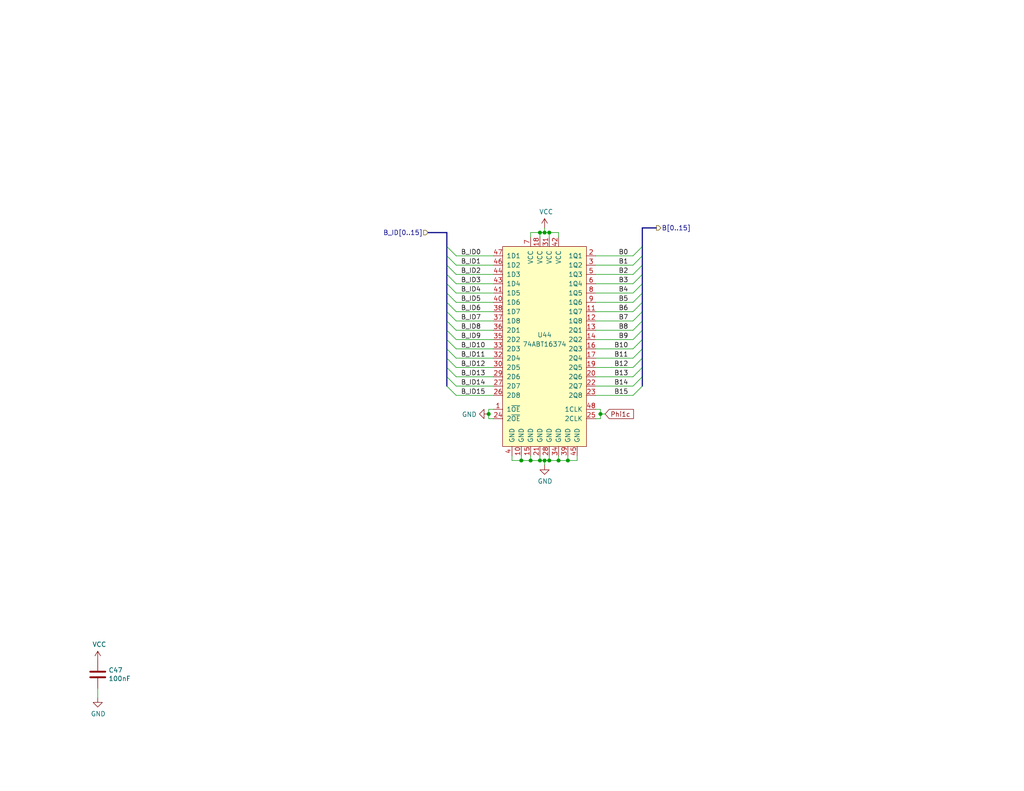
<source format=kicad_sch>
(kicad_sch (version 20211123) (generator eeschema)
  (paper "USLetter")
  (title_block (date "2021-06-22") (rev "B (cb021f9a)"))
  (lib_symbols
    (symbol "74xx (kicad5):74ABT16374" (pin_names (offset 1.016))
      (property "Reference" "U" (at 0 1.27 0))
      (property "Value" "74ABT16374" (at 0 -1.27 0))
      (symbol "74ABT16374_0_0"
        (pin input line (at -13.97 -20.32 0) (length 2.54) (name "1~{OE}") (number "1"))
        (pin power_in line (at -6.35 -33.02 90) (length 2.54) (name "GND") (number "10"))
        (pin tri_state line (at 13.97 6.35 180) (length 2.54) (name "1Q7") (number "11"))
        (pin tri_state line (at 13.97 3.81 180) (length 2.54) (name "1Q8") (number "12"))
        (pin tri_state line (at 13.97 1.27 180) (length 2.54) (name "2Q1") (number "13"))
        (pin tri_state line (at 13.97 -1.27 180) (length 2.54) (name "2Q2") (number "14"))
        (pin power_in line (at -3.81 -33.02 90) (length 2.54) (name "GND") (number "15"))
        (pin tri_state line (at 13.97 -3.81 180) (length 2.54) (name "2Q3") (number "16"))
        (pin tri_state line (at 13.97 -6.35 180) (length 2.54) (name "2Q4") (number "17"))
        (pin power_in line (at -1.27 26.67 270) (length 2.54) (name "VCC") (number "18"))
        (pin tri_state line (at 13.97 -8.89 180) (length 2.54) (name "2Q5") (number "19"))
        (pin tri_state line (at 13.97 21.59 180) (length 2.54) (name "1Q1") (number "2"))
        (pin tri_state line (at 13.97 -11.43 180) (length 2.54) (name "2Q6") (number "20"))
        (pin power_in line (at -1.27 -33.02 90) (length 2.54) (name "GND") (number "21"))
        (pin tri_state line (at 13.97 -13.97 180) (length 2.54) (name "2Q7") (number "22"))
        (pin tri_state line (at 13.97 -16.51 180) (length 2.54) (name "2Q8") (number "23"))
        (pin input line (at -13.97 -22.86 0) (length 2.54) (name "2~{OE}") (number "24"))
        (pin input line (at 13.97 -22.86 180) (length 2.54) (name "2CLK") (number "25"))
        (pin input line (at -13.97 -16.51 0) (length 2.54) (name "2D8") (number "26"))
        (pin input line (at -13.97 -13.97 0) (length 2.54) (name "2D7") (number "27"))
        (pin power_in line (at 1.27 -33.02 90) (length 2.54) (name "GND") (number "28"))
        (pin input line (at -13.97 -11.43 0) (length 2.54) (name "2D6") (number "29"))
        (pin tri_state line (at 13.97 19.05 180) (length 2.54) (name "1Q2") (number "3"))
        (pin input line (at -13.97 -8.89 0) (length 2.54) (name "2D5") (number "30"))
        (pin power_in line (at 1.27 26.67 270) (length 2.54) (name "VCC") (number "31"))
        (pin input line (at -13.97 -6.35 0) (length 2.54) (name "2D4") (number "32"))
        (pin input line (at -13.97 -3.81 0) (length 2.54) (name "2D3") (number "33"))
        (pin power_in line (at 3.81 -33.02 90) (length 2.54) (name "GND") (number "34"))
        (pin input line (at -13.97 -1.27 0) (length 2.54) (name "2D2") (number "35"))
        (pin input line (at -13.97 1.27 0) (length 2.54) (name "2D1") (number "36"))
        (pin input line (at -13.97 3.81 0) (length 2.54) (name "1D8") (number "37"))
        (pin input line (at -13.97 6.35 0) (length 2.54) (name "1D7") (number "38"))
        (pin power_in line (at 6.35 -33.02 90) (length 2.54) (name "GND") (number "39"))
        (pin power_in line (at -8.89 -33.02 90) (length 2.54) (name "GND") (number "4"))
        (pin input line (at -13.97 8.89 0) (length 2.54) (name "1D6") (number "40"))
        (pin input line (at -13.97 11.43 0) (length 2.54) (name "1D5") (number "41"))
        (pin power_in line (at 3.81 26.67 270) (length 2.54) (name "VCC") (number "42"))
        (pin input line (at -13.97 13.97 0) (length 2.54) (name "1D4") (number "43"))
        (pin input line (at -13.97 16.51 0) (length 2.54) (name "1D3") (number "44"))
        (pin power_in line (at 8.89 -33.02 90) (length 2.54) (name "GND") (number "45"))
        (pin input line (at -13.97 19.05 0) (length 2.54) (name "1D2") (number "46"))
        (pin input line (at -13.97 21.59 0) (length 2.54) (name "1D1") (number "47"))
        (pin input line (at 13.97 -20.32 180) (length 2.54) (name "1CLK") (number "48"))
        (pin tri_state line (at 13.97 16.51 180) (length 2.54) (name "1Q3") (number "5"))
        (pin tri_state line (at 13.97 13.97 180) (length 2.54) (name "1Q4") (number "6"))
        (pin power_in line (at -3.81 26.67 270) (length 2.54) (name "VCC") (number "7"))
        (pin tri_state line (at 13.97 11.43 180) (length 2.54) (name "1Q5") (number "8"))
        (pin tri_state line (at 13.97 8.89 180) (length 2.54) (name "1Q6") (number "9"))
      )
      (symbol "74ABT16374_0_1"
        (rectangle (start -11.43 24.13) (end 11.43 -30.48) (fill (type background)))
      )
    )
    (symbol "Device:C" (pin_numbers hide) (pin_names (offset 0.254))
      (property "Reference" "C" (at 0.635 2.54 0))
      (property "Value" "C" (at 0.635 -2.54 0))
      (symbol "C_0_1"
        (polyline (pts (xy -2.032 -0.762) (xy 2.032 -0.762)) (stroke (width 0.508)))
        (polyline (pts (xy -2.032 0.762) (xy 2.032 0.762)) (stroke (width 0.508)))
      )
      (symbol "C_1_1"
        (pin passive line (at 0 3.81 270) (length 2.794) (name "~") (number "1"))
        (pin passive line (at 0 -3.81 90) (length 2.794) (name "~") (number "2"))
      )
    )
    (symbol "power:GND" (power) (pin_names (offset 0))
      (property "Value" "GND" (at 0 -3.81 0))
      (symbol "GND_0_1"
        (polyline (pts (xy 0 0) (xy 0 -1.27) (xy 1.27 -1.27) (xy 0 -2.54) (xy -1.27 -1.27) (xy 0 -1.27)))
      )
      (symbol "GND_1_1"
        (pin power_in line (at 0 0 270) (length 0) hide (name "GND") (number "1"))
      )
    )
    (symbol "power:VCC" (power) (pin_names (offset 0))
      (property "Value" "VCC" (at 0 3.81 0))
      (symbol "VCC_0_1"
        (polyline (pts (xy -0.762 1.27) (xy 0 2.54)))
        (polyline (pts (xy 0 0) (xy 0 2.54)))
        (polyline (pts (xy 0 2.54) (xy 0.762 1.27)))
      )
      (symbol "VCC_1_1"
        (pin power_in line (at 0 0 90) (length 0) hide (name "VCC") (number "1"))
      )
    )
  )
  (junction (at 152.4 125.73))
  (junction (at 133.35 113.03))
  (junction (at 163.83 113.03))
  (junction (at 149.86 125.73))
  (junction (at 148.59 63.5))
  (junction (at 149.86 63.5))
  (junction (at 144.78 125.73))
  (junction (at 147.32 125.73))
  (junction (at 147.32 63.5))
  (junction (at 142.24 125.73))
  (junction (at 154.94 125.73))
  (junction (at 148.59 125.73))
  (bus_entry (at 175.26 105.41) (size -2.54 2.54))
  (bus_entry (at 121.92 67.31) (size 2.54 2.54))
  (bus_entry (at 175.26 80.01) (size -2.54 2.54))
  (bus_entry (at 175.26 74.93) (size -2.54 2.54))
  (bus_entry (at 121.92 95.25) (size 2.54 2.54))
  (bus_entry (at 121.92 69.85) (size 2.54 2.54))
  (bus_entry (at 175.26 87.63) (size -2.54 2.54))
  (bus_entry (at 175.26 69.85) (size -2.54 2.54))
  (bus_entry (at 175.26 102.87) (size -2.54 2.54))
  (bus_entry (at 121.92 87.63) (size 2.54 2.54))
  (bus_entry (at 121.92 77.47) (size 2.54 2.54))
  (bus_entry (at 175.26 77.47) (size -2.54 2.54))
  (bus_entry (at 121.92 102.87) (size 2.54 2.54))
  (bus_entry (at 121.92 100.33) (size 2.54 2.54))
  (bus_entry (at 121.92 72.39) (size 2.54 2.54))
  (bus_entry (at 121.92 82.55) (size 2.54 2.54))
  (bus_entry (at 175.26 90.17) (size -2.54 2.54))
  (bus_entry (at 175.26 67.31) (size -2.54 2.54))
  (bus_entry (at 121.92 90.17) (size 2.54 2.54))
  (bus_entry (at 175.26 85.09) (size -2.54 2.54))
  (bus_entry (at 121.92 97.79) (size 2.54 2.54))
  (bus_entry (at 121.92 105.41) (size 2.54 2.54))
  (bus_entry (at 175.26 95.25) (size -2.54 2.54))
  (bus_entry (at 175.26 100.33) (size -2.54 2.54))
  (bus_entry (at 175.26 92.71) (size -2.54 2.54))
  (bus_entry (at 175.26 82.55) (size -2.54 2.54))
  (bus_entry (at 175.26 97.79) (size -2.54 2.54))
  (bus_entry (at 121.92 80.01) (size 2.54 2.54))
  (bus_entry (at 175.26 72.39) (size -2.54 2.54))
  (bus_entry (at 121.92 74.93) (size 2.54 2.54))
  (bus_entry (at 121.92 85.09) (size 2.54 2.54))
  (bus_entry (at 121.92 92.71) (size 2.54 2.54))
  (bus (pts (xy 121.92 72.39) (xy 121.92 74.93)))
  (bus (pts (xy 175.26 90.17) (xy 175.26 92.71)))
  (wire (pts (xy 124.46 102.87) (xy 134.62 102.87)))
  (wire (pts (xy 172.72 85.09) (xy 162.56 85.09)))
  (wire (pts (xy 162.56 111.76) (xy 163.83 111.76)))
  (wire (pts (xy 172.72 87.63) (xy 162.56 87.63)))
  (wire (pts (xy 139.7 125.73) (xy 142.24 125.73)))
  (wire (pts (xy 147.32 63.5) (xy 148.59 63.5)))
  (wire (pts (xy 26.67 190.5) (xy 26.67 187.96)))
  (wire (pts (xy 124.46 95.25) (xy 134.62 95.25)))
  (wire (pts (xy 172.72 82.55) (xy 162.56 82.55)))
  (bus (pts (xy 175.26 95.25) (xy 175.26 97.79)))
  (bus (pts (xy 121.92 102.87) (xy 121.92 105.41)))
  (wire (pts (xy 147.32 125.73) (xy 148.59 125.73)))
  (wire (pts (xy 124.46 92.71) (xy 134.62 92.71)))
  (wire (pts (xy 124.46 69.85) (xy 134.62 69.85)))
  (wire (pts (xy 124.46 97.79) (xy 134.62 97.79)))
  (bus (pts (xy 175.26 80.01) (xy 175.26 82.55)))
  (wire (pts (xy 144.78 64.77) (xy 144.78 63.5)))
  (wire (pts (xy 148.59 125.73) (xy 149.86 125.73)))
  (wire (pts (xy 124.46 72.39) (xy 134.62 72.39)))
  (bus (pts (xy 121.92 90.17) (xy 121.92 92.71)))
  (wire (pts (xy 142.24 124.46) (xy 142.24 125.73)))
  (wire (pts (xy 144.78 125.73) (xy 147.32 125.73)))
  (wire (pts (xy 147.32 124.46) (xy 147.32 125.73)))
  (bus (pts (xy 121.92 85.09) (xy 121.92 87.63)))
  (bus (pts (xy 175.26 62.23) (xy 175.26 67.31)))
  (wire (pts (xy 124.46 85.09) (xy 134.62 85.09)))
  (wire (pts (xy 133.35 113.03) (xy 133.35 114.3)))
  (bus (pts (xy 121.92 80.01) (xy 121.92 82.55)))
  (wire (pts (xy 148.59 62.23) (xy 148.59 63.5)))
  (wire (pts (xy 133.35 114.3) (xy 134.62 114.3)))
  (bus (pts (xy 175.26 97.79) (xy 175.26 100.33)))
  (wire (pts (xy 172.72 77.47) (xy 162.56 77.47)))
  (wire (pts (xy 124.46 107.95) (xy 134.62 107.95)))
  (bus (pts (xy 121.92 69.85) (xy 121.92 72.39)))
  (wire (pts (xy 124.46 90.17) (xy 134.62 90.17)))
  (wire (pts (xy 134.62 111.76) (xy 133.35 111.76)))
  (bus (pts (xy 175.26 69.85) (xy 175.26 72.39)))
  (bus (pts (xy 121.92 97.79) (xy 121.92 100.33)))
  (bus (pts (xy 175.26 87.63) (xy 175.26 90.17)))
  (wire (pts (xy 172.72 105.41) (xy 162.56 105.41)))
  (wire (pts (xy 124.46 77.47) (xy 134.62 77.47)))
  (wire (pts (xy 124.46 82.55) (xy 134.62 82.55)))
  (bus (pts (xy 121.92 92.71) (xy 121.92 95.25)))
  (bus (pts (xy 121.92 100.33) (xy 121.92 102.87)))
  (bus (pts (xy 121.92 87.63) (xy 121.92 90.17)))
  (wire (pts (xy 172.72 102.87) (xy 162.56 102.87)))
  (wire (pts (xy 149.86 124.46) (xy 149.86 125.73)))
  (wire (pts (xy 124.46 87.63) (xy 134.62 87.63)))
  (wire (pts (xy 172.72 72.39) (xy 162.56 72.39)))
  (bus (pts (xy 175.26 92.71) (xy 175.26 95.25)))
  (bus (pts (xy 121.92 77.47) (xy 121.92 80.01)))
  (wire (pts (xy 124.46 80.01) (xy 134.62 80.01)))
  (wire (pts (xy 163.83 114.3) (xy 162.56 114.3)))
  (wire (pts (xy 144.78 124.46) (xy 144.78 125.73)))
  (wire (pts (xy 124.46 74.93) (xy 134.62 74.93)))
  (bus (pts (xy 121.92 63.5) (xy 121.92 67.31)))
  (wire (pts (xy 163.83 111.76) (xy 163.83 113.03)))
  (wire (pts (xy 172.72 90.17) (xy 162.56 90.17)))
  (wire (pts (xy 172.72 97.79) (xy 162.56 97.79)))
  (wire (pts (xy 172.72 100.33) (xy 162.56 100.33)))
  (wire (pts (xy 172.72 92.71) (xy 162.56 92.71)))
  (bus (pts (xy 175.26 77.47) (xy 175.26 80.01)))
  (bus (pts (xy 121.92 95.25) (xy 121.92 97.79)))
  (bus (pts (xy 175.26 74.93) (xy 175.26 77.47)))
  (wire (pts (xy 154.94 125.73) (xy 157.48 125.73)))
  (bus (pts (xy 175.26 102.87) (xy 175.26 105.41)))
  (bus (pts (xy 121.92 74.93) (xy 121.92 77.47)))
  (bus (pts (xy 116.84 63.5) (xy 121.92 63.5)))
  (wire (pts (xy 172.72 80.01) (xy 162.56 80.01)))
  (wire (pts (xy 148.59 125.73) (xy 148.59 127)))
  (bus (pts (xy 121.92 82.55) (xy 121.92 85.09)))
  (wire (pts (xy 163.83 113.03) (xy 165.1 113.03)))
  (wire (pts (xy 149.86 63.5) (xy 152.4 63.5)))
  (wire (pts (xy 172.72 95.25) (xy 162.56 95.25)))
  (bus (pts (xy 121.92 67.31) (xy 121.92 69.85)))
  (wire (pts (xy 142.24 125.73) (xy 144.78 125.73)))
  (wire (pts (xy 152.4 63.5) (xy 152.4 64.77)))
  (wire (pts (xy 172.72 69.85) (xy 162.56 69.85)))
  (wire (pts (xy 139.7 124.46) (xy 139.7 125.73)))
  (wire (pts (xy 149.86 64.77) (xy 149.86 63.5)))
  (wire (pts (xy 133.35 111.76) (xy 133.35 113.03)))
  (bus (pts (xy 179.07 62.23) (xy 175.26 62.23)))
  (bus (pts (xy 175.26 100.33) (xy 175.26 102.87)))
  (wire (pts (xy 148.59 63.5) (xy 149.86 63.5)))
  (wire (pts (xy 124.46 105.41) (xy 134.62 105.41)))
  (bus (pts (xy 175.26 82.55) (xy 175.26 85.09)))
  (bus (pts (xy 175.26 67.31) (xy 175.26 69.85)))
  (wire (pts (xy 172.72 107.95) (xy 162.56 107.95)))
  (wire (pts (xy 152.4 124.46) (xy 152.4 125.73)))
  (wire (pts (xy 144.78 63.5) (xy 147.32 63.5)))
  (wire (pts (xy 152.4 125.73) (xy 154.94 125.73)))
  (wire (pts (xy 163.83 113.03) (xy 163.83 114.3)))
  (bus (pts (xy 175.26 72.39) (xy 175.26 74.93)))
  (wire (pts (xy 149.86 125.73) (xy 152.4 125.73)))
  (wire (pts (xy 172.72 74.93) (xy 162.56 74.93)))
  (wire (pts (xy 154.94 124.46) (xy 154.94 125.73)))
  (wire (pts (xy 124.46 100.33) (xy 134.62 100.33)))
  (wire (pts (xy 157.48 125.73) (xy 157.48 124.46)))
  (bus (pts (xy 175.26 85.09) (xy 175.26 87.63)))
  (wire (pts (xy 147.32 64.77) (xy 147.32 63.5)))
  (label "B5" (at 171.45 82.55 180))
  (label "B3" (at 171.45 77.47 180))
  (label "B4" (at 171.45 80.01 180))
  (label "B10" (at 171.45 95.25 180))
  (label "B_ID14" (at 125.73 105.41 0))
  (label "B2" (at 171.45 74.93 180))
  (label "B1" (at 171.45 72.39 180))
  (label "B6" (at 171.45 85.09 180))
  (label "B_ID9" (at 125.73 92.71 0))
  (label "B_ID0" (at 125.73 69.85 0))
  (label "B8" (at 171.45 90.17 180))
  (label "B15" (at 171.45 107.95 180))
  (label "B_ID7" (at 125.73 87.63 0))
  (label "B_ID11" (at 125.73 97.79 0))
  (label "B_ID2" (at 125.73 74.93 0))
  (label "B_ID3" (at 125.73 77.47 0))
  (label "B12" (at 171.45 100.33 180))
  (label "B_ID15" (at 125.73 107.95 0))
  (label "B_ID5" (at 125.73 82.55 0))
  (label "B14" (at 171.45 105.41 180))
  (label "B_ID1" (at 125.73 72.39 0))
  (label "B_ID13" (at 125.73 102.87 0))
  (label "B_ID4" (at 125.73 80.01 0))
  (label "B11" (at 171.45 97.79 180))
  (label "B13" (at 171.45 102.87 180))
  (label "B0" (at 171.45 69.85 180))
  (label "B_ID6" (at 125.73 85.09 0))
  (label "B7" (at 171.45 87.63 180))
  (label "B9" (at 171.45 92.71 180))
  (label "B_ID12" (at 125.73 100.33 0))
  (label "B_ID8" (at 125.73 90.17 0))
  (label "B_ID10" (at 125.73 95.25 0))
  (global_label "Phi1c" (shape input) (at 165.1 113.03 0) (property "Intersheet References" "${INTERSHEET_REFS}" (effects hide)))
  (hierarchical_label "B_ID[0..15]" (shape input) (at 116.84 63.5 180))
  (hierarchical_label "B[0..15]" (shape output) (at 179.07 62.23 0))
  (symbol (lib_id "Device:C") (at 26.67 184.15 0) (unit 1)
    (property "Reference" "C47" (at 29.591 182.9816 0) (effects (justify left)))
    (property "Value" "100nF" (at 29.591 185.293 0) (effects (justify left)))
    (property "Footprint" "Capacitor_SMD:C_0603_1608Metric_Pad1.08x0.95mm_HandSolder" (effects hide))
    (property "Mouser" "https://www.mouser.com/ProductDetail/963-EMK107B7104KAHT" (effects hide))
  )
  (symbol (lib_id "power:VCC") (at 26.67 180.34 0) (unit 1)
    (property "Reference" "#PWR0366" (effects hide))
    (property "Value" "VCC" (at 27.1018 175.9458 0))
  )
  (symbol (lib_id "power:GND") (at 26.67 190.5 0) (unit 1)
    (property "Reference" "#PWR0367" (effects hide))
    (property "Value" "GND" (at 26.797 194.8942 0))
  )
  (symbol (lib_id "power:GND") (at 133.35 113.03 270) (unit 1)
    (property "Reference" "#PWR0368" (effects hide))
    (property "Value" "GND" (at 130.0988 113.157 90) (effects (justify right)))
  )
  (symbol (lib_id "power:VCC") (at 148.59 62.23 0) (unit 1)
    (property "Reference" "#PWR0369" (effects hide))
    (property "Value" "VCC" (at 149.0218 57.8358 0))
  )
  (symbol (lib_id "power:GND") (at 148.59 127 0) (unit 1)
    (property "Reference" "#PWR0370" (effects hide))
    (property "Value" "GND" (at 148.717 131.3942 0))
  )
  (symbol (lib_id "74xx (kicad5):74ABT16374") (at 148.59 91.44 0) (unit 1)
    (property "Reference" "U44" (at 148.59 91.44 0))
    (property "Value" "74ABT16374" (at 148.59 93.98 0))
    (property "Datasheet" "https://www.ti.com/lit/ds/symlink/sn74abt16374a.pdf?HQS=dis-mous-null-mousermode-dsf-pf-null-wwe&ts=1617318801237" (effects hide))
    (property "Mouser" "https://www.mouser.com/ProductDetail/Texas-Instruments/SN74ABT16374ADGGR?qs=%2Fha2pyFadui8Wf%2F61v2joCyY9bOa3peBR5btn0VUHs8%3D" (effects hide))
  )
)
</source>
